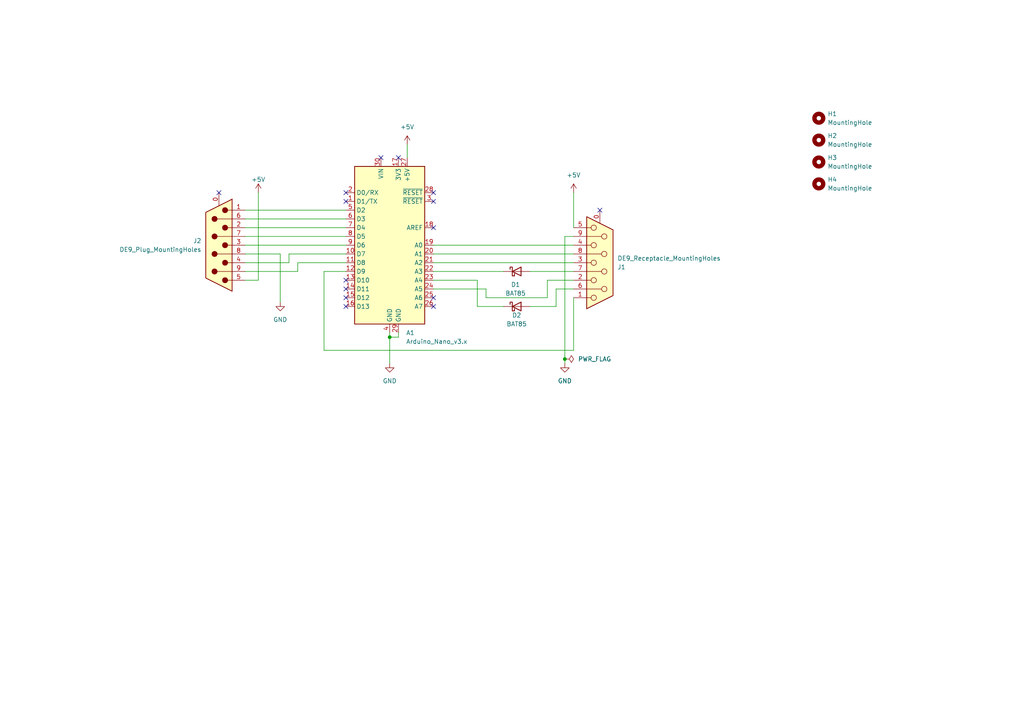
<source format=kicad_sch>
(kicad_sch (version 20230121) (generator eeschema)
  (paper "A4")
  (lib_symbols
    (symbol "Connector:DE9_Plug_MountingHoles" (pin_names (offset 1.016) hide)
      (property "Reference" "J" (at 0 16.51 0))
      (property "Value" "DE9_Plug_MountingHoles" (at 0 14.605 0))
      (symbol "DE9_Plug_MountingHoles_0_1"
        (circle (center -1.778 -10.16) (radius 0.762) (fill (type outline)))
        (circle (center -1.778 -5.08) (radius 0.762) (fill (type outline)))
        (circle (center -1.778 0) (radius 0.762) (fill (type outline)))
        (circle (center -1.778 5.08) (radius 0.762) (fill (type outline)))
        (circle (center -1.778 10.16) (radius 0.762) (fill (type outline)))
        (polyline (pts (xy -3.81 -10.16) (xy -2.54 -10.16)))
        (polyline (pts (xy -3.81 -7.62) (xy 0.508 -7.62)))
        (polyline (pts (xy -3.81 -5.08) (xy -2.54 -5.08)))
        (polyline (pts (xy -3.81 -2.54) (xy 0.508 -2.54)))
        (polyline (pts (xy -3.81 0) (xy -2.54 0)))
        (polyline (pts (xy -3.81 2.54) (xy 0.508 2.54)))
        (polyline (pts (xy -3.81 5.08) (xy -2.54 5.08)))
        (polyline (pts (xy -3.81 7.62) (xy 0.508 7.62)))
        (polyline (pts (xy -3.81 10.16) (xy -2.54 10.16)))
        (polyline (pts (xy -3.81 -13.335) (xy -3.81 13.335) (xy 3.81 9.525) (xy 3.81 -9.525) (xy -3.81 -13.335)) (stroke (width 0.254)) (fill (type background)))
        (circle (center 1.27 -7.62) (radius 0.762) (fill (type outline)))
        (circle (center 1.27 -2.54) (radius 0.762) (fill (type outline)))
        (circle (center 1.27 2.54) (radius 0.762) (fill (type outline)))
        (circle (center 1.27 7.62) (radius 0.762) (fill (type outline)))
      )
      (symbol "DE9_Plug_MountingHoles_1_1"
        (pin passive line (at 0 -15.24 90) (length 3.81) (name "PAD") (number "0"))
        (pin passive line (at -7.62 -10.16 0) (length 3.81) (name "1") (number "1"))
        (pin passive line (at -7.62 -5.08 0) (length 3.81) (name "2") (number "2"))
        (pin passive line (at -7.62 0 0) (length 3.81) (name "3") (number "3"))
        (pin passive line (at -7.62 5.08 0) (length 3.81) (name "4") (number "4"))
        (pin passive line (at -7.62 10.16 0) (length 3.81) (name "5") (number "5"))
        (pin passive line (at -7.62 -7.62 0) (length 3.81) (name "6") (number "6"))
        (pin passive line (at -7.62 -2.54 0) (length 3.81) (name "7") (number "7"))
        (pin passive line (at -7.62 2.54 0) (length 3.81) (name "8") (number "8"))
        (pin passive line (at -7.62 7.62 0) (length 3.81) (name "9") (number "9"))
      )
    )
    (symbol "Connector:DE9_Receptacle_MountingHoles" (pin_names (offset 1.016) hide)
      (property "Reference" "J" (at 0 16.51 0))
      (property "Value" "DE9_Receptacle_MountingHoles" (at 0 14.605 0))
      (symbol "DE9_Receptacle_MountingHoles_0_1"
        (circle (center -1.778 -10.16) (radius 0.762))
        (circle (center -1.778 -5.08) (radius 0.762))
        (circle (center -1.778 0) (radius 0.762))
        (circle (center -1.778 5.08) (radius 0.762))
        (circle (center -1.778 10.16) (radius 0.762))
        (polyline (pts (xy -3.81 -10.16) (xy -2.54 -10.16)))
        (polyline (pts (xy -3.81 -7.62) (xy 0.508 -7.62)))
        (polyline (pts (xy -3.81 -5.08) (xy -2.54 -5.08)))
        (polyline (pts (xy -3.81 -2.54) (xy 0.508 -2.54)))
        (polyline (pts (xy -3.81 0) (xy -2.54 0)))
        (polyline (pts (xy -3.81 2.54) (xy 0.508 2.54)))
        (polyline (pts (xy -3.81 5.08) (xy -2.54 5.08)))
        (polyline (pts (xy -3.81 7.62) (xy 0.508 7.62)))
        (polyline (pts (xy -3.81 10.16) (xy -2.54 10.16)))
        (polyline (pts (xy -3.81 13.335) (xy -3.81 -13.335) (xy 3.81 -9.525) (xy 3.81 9.525) (xy -3.81 13.335)) (stroke (width 0.254)) (fill (type background)))
        (circle (center 1.27 -7.62) (radius 0.762))
        (circle (center 1.27 -2.54) (radius 0.762))
        (circle (center 1.27 2.54) (radius 0.762))
        (circle (center 1.27 7.62) (radius 0.762))
      )
      (symbol "DE9_Receptacle_MountingHoles_1_1"
        (pin passive line (at 0 -15.24 90) (length 3.81) (name "PAD") (number "0"))
        (pin passive line (at -7.62 10.16 0) (length 3.81) (name "1") (number "1"))
        (pin passive line (at -7.62 5.08 0) (length 3.81) (name "2") (number "2"))
        (pin passive line (at -7.62 0 0) (length 3.81) (name "3") (number "3"))
        (pin passive line (at -7.62 -5.08 0) (length 3.81) (name "4") (number "4"))
        (pin passive line (at -7.62 -10.16 0) (length 3.81) (name "5") (number "5"))
        (pin passive line (at -7.62 7.62 0) (length 3.81) (name "6") (number "6"))
        (pin passive line (at -7.62 2.54 0) (length 3.81) (name "7") (number "7"))
        (pin passive line (at -7.62 -2.54 0) (length 3.81) (name "8") (number "8"))
        (pin passive line (at -7.62 -7.62 0) (length 3.81) (name "9") (number "9"))
      )
    )
    (symbol "Diode:BAT85" (pin_numbers hide) (pin_names (offset 1.016) hide)
      (property "Reference" "D" (at 0 2.54 0))
      (property "Value" "BAT85" (at 0 -2.54 0))
      (symbol "BAT85_0_1"
        (polyline (pts (xy 1.27 0) (xy -1.27 0)))
        (polyline (pts (xy 1.27 1.27) (xy 1.27 -1.27) (xy -1.27 0) (xy 1.27 1.27)) (stroke (width 0.254)))
        (polyline (pts (xy -1.905 0.635) (xy -1.905 1.27) (xy -1.27 1.27) (xy -1.27 -1.27) (xy -0.635 -1.27) (xy -0.635 -0.635)) (stroke (width 0.254)))
      )
      (symbol "BAT85_1_1"
        (pin passive line (at -3.81 0 0) (length 2.54) (name "K") (number "1"))
        (pin passive line (at 3.81 0 180) (length 2.54) (name "A") (number "2"))
      )
    )
    (symbol "MCU_Module:Arduino_Nano_v3.x"
      (property "Reference" "A" (at -10.16 23.495 0))
      (property "Value" "Arduino_Nano_v3.x" (at 5.08 -24.13 0))
      (symbol "Arduino_Nano_v3.x_0_1"
        (rectangle (start -10.16 22.86) (end 10.16 -22.86) (stroke (width 0.254)) (fill (type background)))
      )
      (symbol "Arduino_Nano_v3.x_1_1"
        (pin bidirectional line (at -12.7 12.7 0) (length 2.54) (name "D1/TX") (number "1"))
        (pin bidirectional line (at -12.7 -2.54 0) (length 2.54) (name "D7") (number "10"))
        (pin bidirectional line (at -12.7 -5.08 0) (length 2.54) (name "D8") (number "11"))
        (pin bidirectional line (at -12.7 -7.62 0) (length 2.54) (name "D9") (number "12"))
        (pin bidirectional line (at -12.7 -10.16 0) (length 2.54) (name "D10") (number "13"))
        (pin bidirectional line (at -12.7 -12.7 0) (length 2.54) (name "D11") (number "14"))
        (pin bidirectional line (at -12.7 -15.24 0) (length 2.54) (name "D12") (number "15"))
        (pin bidirectional line (at -12.7 -17.78 0) (length 2.54) (name "D13") (number "16"))
        (pin power_out line (at 2.54 25.4 270) (length 2.54) (name "3V3") (number "17"))
        (pin input line (at 12.7 5.08 180) (length 2.54) (name "AREF") (number "18"))
        (pin bidirectional line (at 12.7 0 180) (length 2.54) (name "A0") (number "19"))
        (pin bidirectional line (at -12.7 15.24 0) (length 2.54) (name "D0/RX") (number "2"))
        (pin bidirectional line (at 12.7 -2.54 180) (length 2.54) (name "A1") (number "20"))
        (pin bidirectional line (at 12.7 -5.08 180) (length 2.54) (name "A2") (number "21"))
        (pin bidirectional line (at 12.7 -7.62 180) (length 2.54) (name "A3") (number "22"))
        (pin bidirectional line (at 12.7 -10.16 180) (length 2.54) (name "A4") (number "23"))
        (pin bidirectional line (at 12.7 -12.7 180) (length 2.54) (name "A5") (number "24"))
        (pin bidirectional line (at 12.7 -15.24 180) (length 2.54) (name "A6") (number "25"))
        (pin bidirectional line (at 12.7 -17.78 180) (length 2.54) (name "A7") (number "26"))
        (pin power_out line (at 5.08 25.4 270) (length 2.54) (name "+5V") (number "27"))
        (pin input line (at 12.7 15.24 180) (length 2.54) (name "~{RESET}") (number "28"))
        (pin power_in line (at 2.54 -25.4 90) (length 2.54) (name "GND") (number "29"))
        (pin input line (at 12.7 12.7 180) (length 2.54) (name "~{RESET}") (number "3"))
        (pin power_in line (at -2.54 25.4 270) (length 2.54) (name "VIN") (number "30"))
        (pin power_in line (at 0 -25.4 90) (length 2.54) (name "GND") (number "4"))
        (pin bidirectional line (at -12.7 10.16 0) (length 2.54) (name "D2") (number "5"))
        (pin bidirectional line (at -12.7 7.62 0) (length 2.54) (name "D3") (number "6"))
        (pin bidirectional line (at -12.7 5.08 0) (length 2.54) (name "D4") (number "7"))
        (pin bidirectional line (at -12.7 2.54 0) (length 2.54) (name "D5") (number "8"))
        (pin bidirectional line (at -12.7 0 0) (length 2.54) (name "D6") (number "9"))
      )
    )
    (symbol "Mechanical:MountingHole" (pin_names (offset 1.016))
      (property "Reference" "H" (at 0 5.08 0))
      (property "Value" "MountingHole" (at 0 3.175 0))
      (symbol "MountingHole_0_1"
        (circle (center 0 0) (radius 1.27) (stroke (width 1.27)))
      )
    )
    (symbol "power:+5V" (power) (pin_names (offset 0))
      (property "Value" "+5V" (at 0 3.556 0))
      (symbol "+5V_0_1"
        (polyline (pts (xy -0.762 1.27) (xy 0 2.54)))
        (polyline (pts (xy 0 0) (xy 0 2.54)))
        (polyline (pts (xy 0 2.54) (xy 0.762 1.27)))
      )
      (symbol "+5V_1_1"
        (pin power_in line (at 0 0 90) (length 0) hide (name "+5V") (number "1"))
      )
    )
    (symbol "power:GND" (power) (pin_names (offset 0))
      (property "Value" "GND" (at 0 -3.81 0))
      (symbol "GND_0_1"
        (polyline (pts (xy 0 0) (xy 0 -1.27) (xy 1.27 -1.27) (xy 0 -2.54) (xy -1.27 -1.27) (xy 0 -1.27)))
      )
      (symbol "GND_1_1"
        (pin power_in line (at 0 0 270) (length 0) hide (name "GND") (number "1"))
      )
    )
    (symbol "power:PWR_FLAG" (power) (pin_numbers hide) (pin_names (offset 0) hide)
      (property "Value" "PWR_FLAG" (at 0 3.81 0))
      (symbol "PWR_FLAG_0_0"
        (pin power_out line (at 0 0 90) (length 0) (name "pwr") (number "1"))
      )
      (symbol "PWR_FLAG_0_1"
        (polyline (pts (xy 0 0) (xy 0 1.27) (xy -1.016 1.905) (xy 0 2.54) (xy 1.016 1.905) (xy 0 1.27)))
      )
    )
  )
  (junction (at 163.83 104.14))
  (junction (at 113.03 97.79))
  (no_connect (at 110.49 45.72))
  (no_connect (at 100.33 55.88))
  (no_connect (at 115.57 45.72))
  (no_connect (at 173.99 60.96))
  (no_connect (at 100.33 58.42))
  (no_connect (at 125.73 88.9))
  (no_connect (at 125.73 58.42))
  (no_connect (at 125.73 86.36))
  (no_connect (at 125.73 66.04))
  (no_connect (at 100.33 88.9))
  (no_connect (at 100.33 86.36))
  (no_connect (at 100.33 81.28))
  (no_connect (at 63.5 55.88))
  (no_connect (at 100.33 83.82))
  (no_connect (at 125.73 55.88))
  (wire (pts (xy 125.73 78.74) (xy 146.05 78.74)))
  (wire (pts (xy 166.37 86.36) (xy 166.37 101.6)))
  (wire (pts (xy 71.12 78.74) (xy 86.36 78.74)))
  (wire (pts (xy 125.73 81.28) (xy 138.43 81.28)))
  (wire (pts (xy 71.12 76.2) (xy 83.82 76.2)))
  (wire (pts (xy 163.83 68.58) (xy 163.83 104.14)))
  (wire (pts (xy 158.75 86.36) (xy 158.75 81.28)))
  (wire (pts (xy 125.73 76.2) (xy 166.37 76.2)))
  (wire (pts (xy 140.97 83.82) (xy 140.97 86.36)))
  (wire (pts (xy 115.57 97.79) (xy 115.57 96.52)))
  (wire (pts (xy 71.12 71.12) (xy 100.33 71.12)))
  (wire (pts (xy 118.11 41.91) (xy 118.11 45.72)))
  (wire (pts (xy 113.03 97.79) (xy 113.03 105.41)))
  (wire (pts (xy 163.83 104.14) (xy 163.83 105.41)))
  (wire (pts (xy 71.12 66.04) (xy 100.33 66.04)))
  (wire (pts (xy 140.97 86.36) (xy 158.75 86.36)))
  (wire (pts (xy 71.12 60.96) (xy 100.33 60.96)))
  (wire (pts (xy 71.12 68.58) (xy 100.33 68.58)))
  (wire (pts (xy 166.37 55.88) (xy 166.37 66.04)))
  (wire (pts (xy 113.03 97.79) (xy 113.03 96.52)))
  (wire (pts (xy 158.75 81.28) (xy 166.37 81.28)))
  (wire (pts (xy 86.36 76.2) (xy 100.33 76.2)))
  (wire (pts (xy 93.98 101.6) (xy 166.37 101.6)))
  (wire (pts (xy 83.82 76.2) (xy 83.82 73.66)))
  (wire (pts (xy 161.29 83.82) (xy 166.37 83.82)))
  (wire (pts (xy 163.83 68.58) (xy 166.37 68.58)))
  (wire (pts (xy 125.73 73.66) (xy 166.37 73.66)))
  (wire (pts (xy 93.98 78.74) (xy 93.98 101.6)))
  (wire (pts (xy 138.43 81.28) (xy 138.43 88.9)))
  (wire (pts (xy 125.73 83.82) (xy 140.97 83.82)))
  (wire (pts (xy 113.03 97.79) (xy 115.57 97.79)))
  (wire (pts (xy 86.36 78.74) (xy 86.36 76.2)))
  (wire (pts (xy 93.98 78.74) (xy 100.33 78.74)))
  (wire (pts (xy 71.12 63.5) (xy 100.33 63.5)))
  (wire (pts (xy 81.28 87.63) (xy 81.28 73.66)))
  (wire (pts (xy 138.43 88.9) (xy 146.05 88.9)))
  (wire (pts (xy 125.73 71.12) (xy 166.37 71.12)))
  (wire (pts (xy 161.29 88.9) (xy 161.29 83.82)))
  (wire (pts (xy 153.67 78.74) (xy 166.37 78.74)))
  (wire (pts (xy 74.93 55.88) (xy 74.93 81.28)))
  (wire (pts (xy 74.93 81.28) (xy 71.12 81.28)))
  (wire (pts (xy 153.67 88.9) (xy 161.29 88.9)))
  (wire (pts (xy 83.82 73.66) (xy 100.33 73.66)))
  (wire (pts (xy 81.28 73.66) (xy 71.12 73.66)))
  (symbol (lib_id "power:GND") (at 163.83 105.41 0) (unit 1)
    (property "Reference" "#PWR03" (effects hide))
    (property "Value" "GND" (at 163.83 110.49 0))
  )
  (symbol (lib_id "Diode:BAT85") (at 149.86 78.74 0) (unit 1)
    (property "Reference" "D1" (at 149.5425 82.55 0))
    (property "Value" "BAT85" (at 149.5425 85.09 0))
    (property "Footprint" "Diode_THT:D_DO-35_SOD27_P7.62mm_Horizontal" (effects hide))
    (property "Datasheet" "https://assets.nexperia.com/documents/data-sheet/BAT85.pdf" (effects hide))
  )
  (symbol (lib_id "Mechanical:MountingHole") (at 237.49 40.64 0) (unit 1)
    (property "Reference" "H2" (at 240.03 39.37 0) (effects (justify left)))
    (property "Value" "MountingHole" (at 240.03 41.91 0) (effects (justify left)))
    (property "Footprint" "MountingHole:MountingHole_3.2mm_M3" (effects hide))
  )
  (symbol (lib_id "power:+5V") (at 74.93 55.88 0) (unit 1)
    (property "Reference" "#PWR02" (effects hide))
    (property "Value" "+5V" (at 74.93 52.07 0))
  )
  (symbol (lib_id "Mechanical:MountingHole") (at 237.49 53.34 0) (unit 1)
    (property "Reference" "H4" (at 240.03 52.07 0) (effects (justify left)))
    (property "Value" "MountingHole" (at 240.03 54.61 0) (effects (justify left)))
    (property "Footprint" "MountingHole:MountingHole_3.2mm_M3" (effects hide))
  )
  (symbol (lib_id "MCU_Module:Arduino_Nano_v3.x") (at 113.03 71.12 0) (unit 1)
    (property "Reference" "A1" (at 117.7641 96.52 0) (effects (justify left)))
    (property "Value" "Arduino_Nano_v3.x" (at 117.7641 99.06 0) (effects (justify left)))
    (property "Footprint" "Module:Arduino_Nano" (effects hide))
    (property "Datasheet" "http://www.mouser.com/pdfdocs/Gravitech_Arduino_Nano3_0.pdf" (effects hide))
  )
  (symbol (lib_id "Connector:DE9_Plug_MountingHoles") (at 63.5 71.12 180) (unit 1)
    (property "Reference" "J2" (at 58.42 69.85 0) (effects (justify left)))
    (property "Value" "DE9_Plug_MountingHoles" (at 58.42 72.39 0) (effects (justify left)))
    (property "Footprint" "Connector_Dsub:DSUB-9_Male_Horizontal_P2.77x2.84mm_EdgePinOffset9.90mm_Housed_MountingHolesOffset11.32mm" (effects hide))
    (property "Datasheet" " ~" (effects hide))
  )
  (symbol (lib_id "Diode:BAT85") (at 149.86 88.9 0) (unit 1)
    (property "Reference" "D2" (at 149.86 91.44 0))
    (property "Value" "BAT85" (at 149.86 93.98 0))
    (property "Footprint" "Diode_THT:D_DO-35_SOD27_P7.62mm_Horizontal" (effects hide))
    (property "Datasheet" "https://assets.nexperia.com/documents/data-sheet/BAT85.pdf" (effects hide))
  )
  (symbol (lib_id "Connector:DE9_Receptacle_MountingHoles") (at 173.99 76.2 0) (mirror x) (unit 1)
    (property "Reference" "J1" (at 179.07 77.47 0) (effects (justify left)))
    (property "Value" "DE9_Receptacle_MountingHoles" (at 179.07 74.93 0) (effects (justify left)))
    (property "Footprint" "Connector_Dsub:DSUB-9_Female_Horizontal_P2.77x2.84mm_EdgePinOffset9.90mm_Housed_MountingHolesOffset11.32mm" (effects hide))
    (property "Datasheet" " ~" (effects hide))
  )
  (symbol (lib_id "power:GND") (at 81.28 87.63 0) (unit 1)
    (property "Reference" "#PWR01" (effects hide))
    (property "Value" "GND" (at 81.28 92.71 0))
  )
  (symbol (lib_id "power:GND") (at 113.03 105.41 0) (unit 1)
    (property "Reference" "#PWR04" (effects hide))
    (property "Value" "GND" (at 113.03 110.49 0))
  )
  (symbol (lib_id "Mechanical:MountingHole") (at 237.49 46.99 0) (unit 1)
    (property "Reference" "H3" (at 240.03 45.72 0) (effects (justify left)))
    (property "Value" "MountingHole" (at 240.03 48.26 0) (effects (justify left)))
    (property "Footprint" "MountingHole:MountingHole_3.2mm_M3" (effects hide))
  )
  (symbol (lib_id "power:+5V") (at 118.11 41.91 0) (unit 1)
    (property "Reference" "#PWR06" (effects hide))
    (property "Value" "+5V" (at 118.11 36.83 0))
  )
  (symbol (lib_id "Mechanical:MountingHole") (at 237.49 34.29 0) (unit 1)
    (property "Reference" "H1" (at 240.03 33.02 0) (effects (justify left)))
    (property "Value" "MountingHole" (at 240.03 35.56 0) (effects (justify left)))
    (property "Footprint" "MountingHole:MountingHole_3.2mm_M3" (effects hide))
  )
  (symbol (lib_id "power:PWR_FLAG") (at 163.83 104.14 270) (unit 1)
    (property "Reference" "#FLG01" (effects hide))
    (property "Value" "PWR_FLAG" (at 167.64 104.14 90) (effects (justify left)))
  )
  (symbol (lib_id "power:+5V") (at 166.37 55.88 0) (unit 1)
    (property "Reference" "#PWR05" (effects hide))
    (property "Value" "+5V" (at 166.37 50.8 0))
  )
)
</source>
